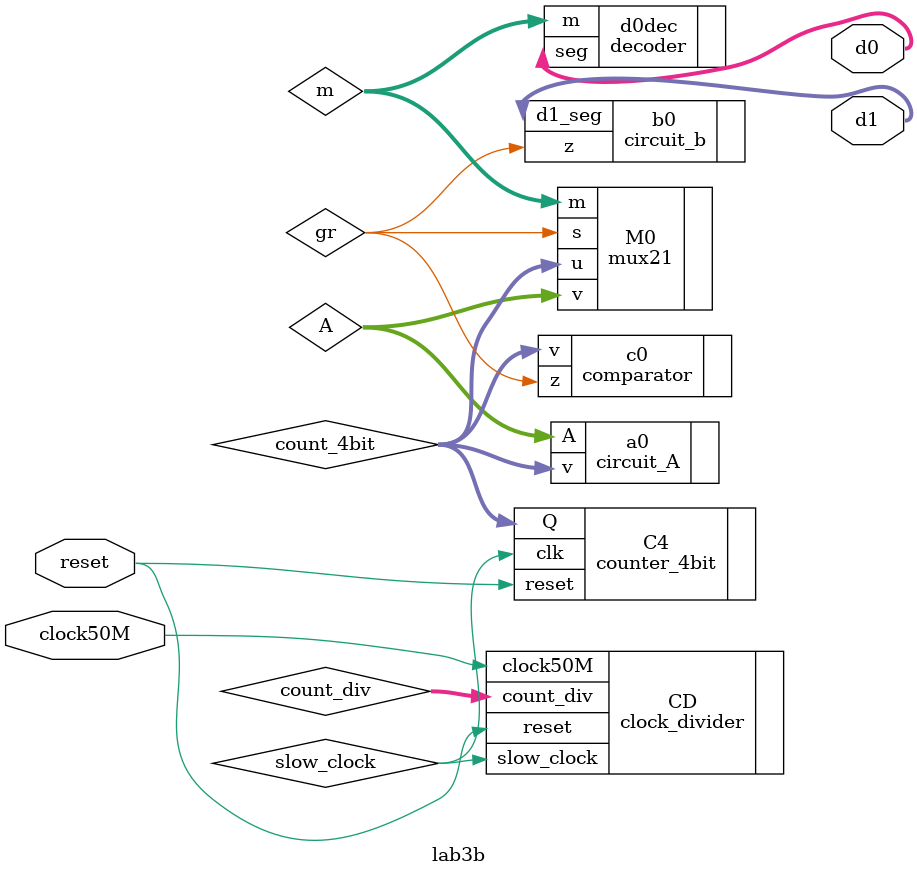
<source format=v>
module lab3b(clock50M, reset, d1, d0);

input clock50M;
input reset;
output [6:0] d1, d0;

parameter DIV_COUNT = 26'd24_999_999;


wire [3:0] count_4bit;   // testbench needs this
wire [25:0] count_div;   // testbench also reads this

wire slow_clock;
wire [3:0] v, A, m;
wire gr;


clock_divider CD(
    .clock50M(clock50M),
    .reset(reset),
    .slow_clock(slow_clock),
    .count_div(count_div)    //exposed for testbench
);


counter_4bit C4(
    .clk(slow_clock),
    .reset(reset),
    .Q(count_4bit)           //connect to visible signal
);


circuit_A a0(.v(count_4bit), .A(A));
comparator c0(.v(count_4bit), .z(gr));

mux21 M0(
    .s(gr),
    .u(count_4bit),
    .v(A),                   
    .m(m)
);

circuit_b b0(.z(gr), .d1_seg(d1));
decoder   d0dec(.m(m), .seg(d0));

endmodule

</source>
